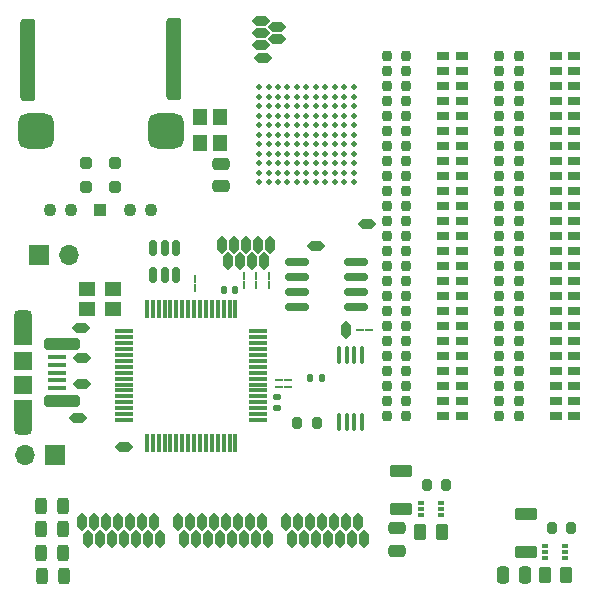
<source format=gts>
%TF.GenerationSoftware,KiCad,Pcbnew,7.0.10*%
%TF.CreationDate,2024-04-14T10:11:17-07:00*%
%TF.ProjectId,ez_usb_dev_board,657a5f75-7362-45f6-9465-765f626f6172,rev?*%
%TF.SameCoordinates,Original*%
%TF.FileFunction,Soldermask,Top*%
%TF.FilePolarity,Negative*%
%FSLAX46Y46*%
G04 Gerber Fmt 4.6, Leading zero omitted, Abs format (unit mm)*
G04 Created by KiCad (PCBNEW 7.0.10) date 2024-04-14 10:11:17*
%MOMM*%
%LPD*%
G01*
G04 APERTURE LIST*
G04 Aperture macros list*
%AMRoundRect*
0 Rectangle with rounded corners*
0 $1 Rounding radius*
0 $2 $3 $4 $5 $6 $7 $8 $9 X,Y pos of 4 corners*
0 Add a 4 corners polygon primitive as box body*
4,1,4,$2,$3,$4,$5,$6,$7,$8,$9,$2,$3,0*
0 Add four circle primitives for the rounded corners*
1,1,$1+$1,$2,$3*
1,1,$1+$1,$4,$5*
1,1,$1+$1,$6,$7*
1,1,$1+$1,$8,$9*
0 Add four rect primitives between the rounded corners*
20,1,$1+$1,$2,$3,$4,$5,0*
20,1,$1+$1,$4,$5,$6,$7,0*
20,1,$1+$1,$6,$7,$8,$9,0*
20,1,$1+$1,$8,$9,$2,$3,0*%
%AMFreePoly0*
4,1,15,-0.584200,0.000000,0.000000,0.584200,0.350520,0.584200,0.439945,0.566412,0.515757,0.515757,0.566412,0.439945,0.584200,0.350520,0.584200,0.000000,0.000000,-0.584200,-0.350520,-0.584200,-0.439945,-0.566412,-0.515757,-0.515757,-0.566412,-0.439945,-0.584200,-0.350520,-0.584200,0.000000,-0.584200,0.000000,$1*%
%AMFreePoly1*
4,1,15,-0.584200,0.350520,-0.566412,0.439945,-0.515757,0.515757,-0.439945,0.566412,-0.350520,0.584200,0.000000,0.584200,0.584200,0.000000,0.584200,-0.350520,0.566412,-0.439945,0.515757,-0.515757,0.439945,-0.566412,0.350520,-0.584200,0.000000,-0.584200,-0.584200,0.000000,-0.584200,0.350520,-0.584200,0.350520,$1*%
G04 Aperture macros list end*
%ADD10C,0.460000*%
%ADD11FreePoly0,135.000000*%
%ADD12R,1.100000X0.750000*%
%ADD13RoundRect,0.187500X-0.362500X-0.187500X0.362500X-0.187500X0.362500X0.187500X-0.362500X0.187500X0*%
%ADD14RoundRect,0.187500X0.362500X0.187500X-0.362500X0.187500X-0.362500X-0.187500X0.362500X-0.187500X0*%
%ADD15RoundRect,0.250000X-0.250000X0.250000X-0.250000X-0.250000X0.250000X-0.250000X0.250000X0.250000X0*%
%ADD16RoundRect,0.250000X0.250000X-0.250000X0.250000X0.250000X-0.250000X0.250000X-0.250000X-0.250000X0*%
%ADD17C,1.100000*%
%ADD18RoundRect,0.275000X-0.275000X-0.275000X0.275000X-0.275000X0.275000X0.275000X-0.275000X0.275000X0*%
%ADD19RoundRect,0.317500X-0.317500X-3.182500X0.317500X-3.182500X0.317500X3.182500X-0.317500X3.182500X0*%
%ADD20RoundRect,0.750000X0.750000X-0.750000X0.750000X0.750000X-0.750000X0.750000X-0.750000X-0.750000X0*%
%ADD21RoundRect,0.750000X-0.750000X0.750000X-0.750000X-0.750000X0.750000X-0.750000X0.750000X0.750000X0*%
%ADD22RoundRect,0.200000X-0.200000X-0.219100X0.200000X-0.219100X0.200000X0.219100X-0.200000X0.219100X0*%
%ADD23RoundRect,0.250000X-0.250000X-0.475000X0.250000X-0.475000X0.250000X0.475000X-0.250000X0.475000X0*%
%ADD24RoundRect,0.200000X-0.200000X-0.275000X0.200000X-0.275000X0.200000X0.275000X-0.200000X0.275000X0*%
%ADD25FreePoly0,45.000000*%
%ADD26R,0.203200X0.762000*%
%ADD27R,1.700000X1.700000*%
%ADD28O,1.700000X1.700000*%
%ADD29FreePoly0,225.000000*%
%ADD30RoundRect,0.250000X0.475000X-0.250000X0.475000X0.250000X-0.475000X0.250000X-0.475000X-0.250000X0*%
%ADD31RoundRect,0.243750X-0.243750X-0.456250X0.243750X-0.456250X0.243750X0.456250X-0.243750X0.456250X0*%
%ADD32R,0.762000X0.203200*%
%ADD33RoundRect,0.075000X-0.700000X-0.075000X0.700000X-0.075000X0.700000X0.075000X-0.700000X0.075000X0*%
%ADD34RoundRect,0.075000X-0.075000X-0.700000X0.075000X-0.700000X0.075000X0.700000X-0.075000X0.700000X0*%
%ADD35RoundRect,0.140000X-0.140000X-0.170000X0.140000X-0.170000X0.140000X0.170000X-0.140000X0.170000X0*%
%ADD36R,1.400000X1.200000*%
%ADD37RoundRect,0.250000X0.262500X0.450000X-0.262500X0.450000X-0.262500X-0.450000X0.262500X-0.450000X0*%
%ADD38FreePoly0,315.000000*%
%ADD39RoundRect,0.250000X-0.475000X0.250000X-0.475000X-0.250000X0.475000X-0.250000X0.475000X0.250000X0*%
%ADD40RoundRect,0.250000X0.700000X-0.275000X0.700000X0.275000X-0.700000X0.275000X-0.700000X-0.275000X0*%
%ADD41RoundRect,0.100000X0.100000X-0.637500X0.100000X0.637500X-0.100000X0.637500X-0.100000X-0.637500X0*%
%ADD42R,1.200000X1.400000*%
%ADD43RoundRect,0.150000X-0.825000X-0.150000X0.825000X-0.150000X0.825000X0.150000X-0.825000X0.150000X0*%
%ADD44R,0.475000X0.300000*%
%ADD45FreePoly1,135.000000*%
%ADD46RoundRect,0.140000X0.170000X-0.140000X0.170000X0.140000X-0.170000X0.140000X-0.170000X-0.140000X0*%
%ADD47R,1.525000X0.400000*%
%ADD48R,1.525000X0.425000*%
%ADD49RoundRect,0.375000X0.375000X-0.875000X0.375000X0.875000X-0.375000X0.875000X-0.375000X-0.875000X0*%
%ADD50R,1.550000X1.200000*%
%ADD51RoundRect,0.200000X-1.300000X0.300000X-1.300000X-0.300000X1.300000X-0.300000X1.300000X0.300000X0*%
%ADD52R,1.550000X1.500000*%
%ADD53RoundRect,0.375000X-0.375000X0.875000X-0.375000X-0.875000X0.375000X-0.875000X0.375000X0.875000X0*%
%ADD54RoundRect,0.150000X0.150000X-0.512500X0.150000X0.512500X-0.150000X0.512500X-0.150000X-0.512500X0*%
%ADD55FreePoly1,315.000000*%
%ADD56FreePoly1,225.000000*%
%ADD57FreePoly1,45.000000*%
G04 APERTURE END LIST*
D10*
%TO.C,IC1*%
X206500000Y-59600000D03*
X206500000Y-58800000D03*
X206500000Y-58000000D03*
X206500000Y-57200000D03*
X206500000Y-56400000D03*
X206500000Y-55600000D03*
X206500000Y-54800000D03*
X206500000Y-54000000D03*
X206500000Y-53200000D03*
X206500000Y-52400000D03*
X206500000Y-51600000D03*
X207300000Y-59600000D03*
X207300000Y-58800000D03*
X207300000Y-58000000D03*
X207300000Y-57200000D03*
X207300000Y-56400000D03*
X207300000Y-55600000D03*
X207300000Y-54800000D03*
X207300000Y-54000000D03*
X207300000Y-53200000D03*
X207300000Y-52400000D03*
X207300000Y-51600000D03*
X208100000Y-59600000D03*
X208100000Y-58800000D03*
X208100000Y-58000000D03*
X208100000Y-57200000D03*
X208100000Y-56400000D03*
X208100000Y-55600000D03*
X208100000Y-54800000D03*
X208100000Y-54000000D03*
X208100000Y-53200000D03*
X208100000Y-52400000D03*
X208100000Y-51600000D03*
X208900000Y-59600000D03*
X208900000Y-58800000D03*
X208900000Y-58000000D03*
X208900000Y-57200000D03*
X208900000Y-56400000D03*
X208900000Y-55600000D03*
X208900000Y-54800000D03*
X208900000Y-54000000D03*
X208900000Y-53200000D03*
X208900000Y-52400000D03*
X208900000Y-51600000D03*
X209700000Y-59600000D03*
X209700000Y-58800000D03*
X209700000Y-58000000D03*
X209700000Y-57200000D03*
X209700000Y-56400000D03*
X209700000Y-55600000D03*
X209700000Y-54800000D03*
X209700000Y-54000000D03*
X209700000Y-53200000D03*
X209700000Y-52400000D03*
X209700000Y-51600000D03*
X210500000Y-59600000D03*
X210500000Y-58800000D03*
X210500000Y-58000000D03*
X210500000Y-57200000D03*
X210500000Y-56400000D03*
X210500000Y-55600000D03*
X210500000Y-54800000D03*
X210500000Y-54000000D03*
X210500000Y-53200000D03*
X210500000Y-52400000D03*
X210500000Y-51600000D03*
X211300000Y-59600000D03*
X211300000Y-58800000D03*
X211300000Y-58000000D03*
X211300000Y-57200000D03*
X211300000Y-56400000D03*
X211300000Y-55600000D03*
X211300000Y-54800000D03*
X211300000Y-54000000D03*
X211300000Y-53200000D03*
X211300000Y-52400000D03*
X211300000Y-51600000D03*
X212100000Y-59600000D03*
X212100000Y-58800000D03*
X212100000Y-58000000D03*
X212100000Y-57200000D03*
X212100000Y-56400000D03*
X212100000Y-55600000D03*
X212100000Y-54800000D03*
X212100000Y-54000000D03*
X212100000Y-53200000D03*
X212100000Y-52400000D03*
X212100000Y-51600000D03*
X212900000Y-59600000D03*
X212900000Y-58800000D03*
X212900000Y-58000000D03*
X212900000Y-57200000D03*
X212900000Y-56400000D03*
X212900000Y-55600000D03*
X212900000Y-54800000D03*
X212900000Y-54000000D03*
X212900000Y-53200000D03*
X212900000Y-52400000D03*
X212900000Y-51600000D03*
X213700000Y-59600000D03*
X213700000Y-58800000D03*
X213700000Y-58000000D03*
X213700000Y-57200000D03*
X213700000Y-56400000D03*
X213700000Y-55600000D03*
X213700000Y-54800000D03*
X213700000Y-54000000D03*
X213700000Y-53200000D03*
X213700000Y-52400000D03*
X213700000Y-51600000D03*
X214500000Y-59600000D03*
X214500000Y-58800000D03*
X214500000Y-58000000D03*
X214500000Y-57200000D03*
X214500000Y-56400000D03*
X214500000Y-55600000D03*
X214500000Y-54800000D03*
X214500000Y-54000000D03*
X214500000Y-53200000D03*
X214500000Y-52400000D03*
X214500000Y-51600000D03*
%TD*%
D11*
%TO.C,CTL8*%
X215623153Y-63169800D03*
%TD*%
D12*
%TO.C,J2*%
X231615000Y-48895000D03*
D13*
X233205000Y-48895000D03*
D14*
X231615000Y-50165000D03*
D13*
X233205000Y-50165000D03*
D14*
X231615000Y-51435000D03*
D13*
X233205000Y-51435000D03*
D14*
X231615000Y-52705000D03*
D13*
X233205000Y-52705000D03*
D14*
X231615000Y-53975000D03*
D13*
X233205000Y-53975000D03*
D14*
X231615000Y-55245000D03*
D13*
X233205000Y-55245000D03*
D14*
X231615000Y-56515000D03*
D13*
X233205000Y-56515000D03*
D14*
X231615000Y-57785000D03*
D13*
X233205000Y-57785000D03*
D14*
X231615000Y-59055000D03*
D13*
X233205000Y-59055000D03*
D14*
X231615000Y-60325000D03*
D13*
X233205000Y-60325000D03*
D14*
X231615000Y-61595000D03*
D13*
X233205000Y-61595000D03*
D14*
X231615000Y-62865000D03*
D13*
X233205000Y-62865000D03*
D14*
X231615000Y-64135000D03*
D13*
X233205000Y-64135000D03*
D14*
X231615000Y-65405000D03*
D13*
X233205000Y-65405000D03*
D14*
X231615000Y-66675000D03*
D13*
X233205000Y-66675000D03*
D14*
X231615000Y-67945000D03*
D13*
X233205000Y-67945000D03*
D14*
X231615000Y-69215000D03*
D13*
X233205000Y-69215000D03*
D14*
X231615000Y-70485000D03*
D13*
X233205000Y-70485000D03*
D14*
X231615000Y-71755000D03*
D13*
X233205000Y-71755000D03*
D14*
X231615000Y-73025000D03*
D13*
X233205000Y-73025000D03*
D14*
X231615000Y-74295000D03*
D13*
X233205000Y-74295000D03*
D14*
X231615000Y-75565000D03*
D13*
X233205000Y-75565000D03*
D14*
X231615000Y-76835000D03*
D13*
X233205000Y-76835000D03*
D14*
X231615000Y-78105000D03*
D13*
X233205000Y-78105000D03*
D14*
X231615000Y-79375000D03*
D13*
X233205000Y-79375000D03*
%TD*%
D12*
%TO.C,J1*%
X222090000Y-48895000D03*
D13*
X223680000Y-48895000D03*
D14*
X222090000Y-50165000D03*
D13*
X223680000Y-50165000D03*
D14*
X222090000Y-51435000D03*
D13*
X223680000Y-51435000D03*
D14*
X222090000Y-52705000D03*
D13*
X223680000Y-52705000D03*
D14*
X222090000Y-53975000D03*
D13*
X223680000Y-53975000D03*
D14*
X222090000Y-55245000D03*
D13*
X223680000Y-55245000D03*
D14*
X222090000Y-56515000D03*
D13*
X223680000Y-56515000D03*
D14*
X222090000Y-57785000D03*
D13*
X223680000Y-57785000D03*
D14*
X222090000Y-59055000D03*
D13*
X223680000Y-59055000D03*
D14*
X222090000Y-60325000D03*
D13*
X223680000Y-60325000D03*
D14*
X222090000Y-61595000D03*
D13*
X223680000Y-61595000D03*
D14*
X222090000Y-62865000D03*
D13*
X223680000Y-62865000D03*
D14*
X222090000Y-64135000D03*
D13*
X223680000Y-64135000D03*
D14*
X222090000Y-65405000D03*
D13*
X223680000Y-65405000D03*
D14*
X222090000Y-66675000D03*
D13*
X223680000Y-66675000D03*
D14*
X222090000Y-67945000D03*
D13*
X223680000Y-67945000D03*
D14*
X222090000Y-69215000D03*
D13*
X223680000Y-69215000D03*
D14*
X222090000Y-70485000D03*
D13*
X223680000Y-70485000D03*
D14*
X222090000Y-71755000D03*
D13*
X223680000Y-71755000D03*
D14*
X222090000Y-73025000D03*
D13*
X223680000Y-73025000D03*
D14*
X222090000Y-74295000D03*
D13*
X223680000Y-74295000D03*
D14*
X222090000Y-75565000D03*
D13*
X223680000Y-75565000D03*
D14*
X222090000Y-76835000D03*
D13*
X223680000Y-76835000D03*
D14*
X222090000Y-78105000D03*
D13*
X223680000Y-78105000D03*
D14*
X222090000Y-79375000D03*
D13*
X223680000Y-79375000D03*
%TD*%
D15*
%TO.C,USB3_B1*%
X191830000Y-60010000D03*
D16*
X194320000Y-60010000D03*
X194320000Y-58010000D03*
D15*
X191830000Y-58020000D03*
D17*
X197320000Y-62010000D03*
X195570000Y-62010000D03*
D18*
X193070000Y-62010000D03*
D17*
X190570000Y-62010000D03*
X188820000Y-62010000D03*
D19*
X199300000Y-49200000D03*
D20*
X198600000Y-55300000D03*
D21*
X187600000Y-55300000D03*
D19*
X186900000Y-49300000D03*
%TD*%
D22*
%TO.C,R46*%
X226822500Y-59055000D03*
X228472500Y-59055000D03*
%TD*%
%TO.C,R32*%
X217297500Y-73025000D03*
X218947500Y-73025000D03*
%TD*%
D23*
%TO.C,IC2_C1_0*%
X227137500Y-92900000D03*
X229037500Y-92900000D03*
%TD*%
D22*
%TO.C,R17*%
X217297500Y-53975000D03*
X218947500Y-53975000D03*
%TD*%
%TO.C,R60*%
X226822500Y-76835000D03*
X228472500Y-76835000D03*
%TD*%
%TO.C,R33*%
X217297500Y-74295000D03*
X218947500Y-74295000D03*
%TD*%
D24*
%TO.C,R3*%
X231262500Y-88900000D03*
X232912500Y-88900000D03*
%TD*%
D25*
%TO.C,BDBUS4*%
X206756000Y-88394553D03*
%TD*%
%TO.C,ACBUS6*%
X202692000Y-88392000D03*
%TD*%
%TO.C,BCBUS2*%
X211836000Y-88394553D03*
%TD*%
D11*
%TO.C,TPD-1*%
X191548553Y-74500000D03*
%TD*%
D25*
%TO.C,BCBUS6*%
X214884000Y-88421553D03*
%TD*%
%TO.C,ACBUS4*%
X200660000Y-88394553D03*
%TD*%
D22*
%TO.C,R16*%
X217297500Y-52705000D03*
X218947500Y-52705000D03*
%TD*%
D26*
%TO.C,NT4*%
X207300000Y-68281000D03*
X207300000Y-67519000D03*
%TD*%
D22*
%TO.C,R58*%
X226822500Y-74295000D03*
X228472500Y-74295000D03*
%TD*%
D27*
%TO.C,V5_SEL_MICRO1*%
X189235000Y-82726000D03*
D28*
X186695000Y-82726000D03*
%TD*%
D29*
%TO.C,ACBUS3*%
X200152000Y-89789000D03*
%TD*%
D22*
%TO.C,R44*%
X226822500Y-56515000D03*
X228472500Y-56515000D03*
%TD*%
D30*
%TO.C,IC3_C1_2*%
X218186000Y-90805000D03*
X218186000Y-88905000D03*
%TD*%
D22*
%TO.C,R49*%
X226822500Y-62865000D03*
X228472500Y-62865000D03*
%TD*%
%TO.C,R52*%
X226822500Y-66675000D03*
X228472500Y-66675000D03*
%TD*%
D31*
%TO.C,D3*%
X188062500Y-91000000D03*
X189937500Y-91000000D03*
%TD*%
D29*
%TO.C,BDBUS5*%
X207264000Y-89786447D03*
%TD*%
D32*
%TO.C,NT6*%
X208153000Y-76362000D03*
X208915000Y-76362000D03*
%TD*%
D22*
%TO.C,R41*%
X226822500Y-52705000D03*
X228472500Y-52705000D03*
%TD*%
%TO.C,R20*%
X217297500Y-57785000D03*
X218947500Y-57785000D03*
%TD*%
D29*
%TO.C,3V3_9*%
X214376000Y-89813447D03*
%TD*%
D26*
%TO.C,NT2*%
X205200000Y-68281000D03*
X205200000Y-67519000D03*
%TD*%
D29*
%TO.C,BCBUS7*%
X215392000Y-89813447D03*
%TD*%
D22*
%TO.C,R39*%
X226822500Y-50165000D03*
X228472500Y-50165000D03*
%TD*%
D29*
%TO.C,GND10*%
X210312000Y-89786447D03*
%TD*%
D22*
%TO.C,R59*%
X226822500Y-75565000D03*
X228472500Y-75565000D03*
%TD*%
%TO.C,R51*%
X226822500Y-65405000D03*
X228472500Y-65405000D03*
%TD*%
D29*
%TO.C,GND5*%
X195072000Y-89786447D03*
%TD*%
D22*
%TO.C,R62*%
X226822500Y-79375000D03*
X228472500Y-79375000D03*
%TD*%
D25*
%TO.C,WC1*%
X213868000Y-72138553D03*
%TD*%
%TO.C,ADBUS5*%
X195580000Y-88394553D03*
%TD*%
D33*
%TO.C,U1*%
X195075000Y-72250000D03*
X195075000Y-72750000D03*
X195075000Y-73250000D03*
X195075000Y-73750000D03*
X195075000Y-74250000D03*
X195075000Y-74750000D03*
X195075000Y-75250000D03*
X195075000Y-75750000D03*
X195075000Y-76250000D03*
X195075000Y-76750000D03*
X195075000Y-77250000D03*
X195075000Y-77750000D03*
X195075000Y-78250000D03*
X195075000Y-78750000D03*
X195075000Y-79250000D03*
X195075000Y-79750000D03*
D34*
X197000000Y-81675000D03*
X197500000Y-81675000D03*
X198000000Y-81675000D03*
X198500000Y-81675000D03*
X199000000Y-81675000D03*
X199500000Y-81675000D03*
X200000000Y-81675000D03*
X200500000Y-81675000D03*
X201000000Y-81675000D03*
X201500000Y-81675000D03*
X202000000Y-81675000D03*
X202500000Y-81675000D03*
X203000000Y-81675000D03*
X203500000Y-81675000D03*
X204000000Y-81675000D03*
X204500000Y-81675000D03*
D33*
X206425000Y-79750000D03*
X206425000Y-79250000D03*
X206425000Y-78750000D03*
X206425000Y-78250000D03*
X206425000Y-77750000D03*
X206425000Y-77250000D03*
X206425000Y-76750000D03*
X206425000Y-76250000D03*
X206425000Y-75750000D03*
X206425000Y-75250000D03*
X206425000Y-74750000D03*
X206425000Y-74250000D03*
X206425000Y-73750000D03*
X206425000Y-73250000D03*
X206425000Y-72750000D03*
X206425000Y-72250000D03*
D34*
X204500000Y-70325000D03*
X204000000Y-70325000D03*
X203500000Y-70325000D03*
X203000000Y-70325000D03*
X202500000Y-70325000D03*
X202000000Y-70325000D03*
X201500000Y-70325000D03*
X201000000Y-70325000D03*
X200500000Y-70325000D03*
X200000000Y-70325000D03*
X199500000Y-70325000D03*
X199000000Y-70325000D03*
X198500000Y-70325000D03*
X198000000Y-70325000D03*
X197500000Y-70325000D03*
X197000000Y-70325000D03*
%TD*%
D25*
%TO.C,ACBUS2*%
X199644000Y-88394553D03*
%TD*%
D35*
%TO.C,U4C0_2*%
X210848000Y-76200000D03*
X211808000Y-76200000D03*
%TD*%
D29*
%TO.C,BDBUS7*%
X209296000Y-89786447D03*
%TD*%
D25*
%TO.C,ADBUS0*%
X191516000Y-88392000D03*
%TD*%
D29*
%TO.C,3V3_3*%
X202184000Y-89786447D03*
%TD*%
D36*
%TO.C,Y2*%
X191900000Y-70350000D03*
X194100000Y-70350000D03*
X194100000Y-68650000D03*
X191900000Y-68650000D03*
%TD*%
D22*
%TO.C,R26*%
X217297500Y-65405000D03*
X218947500Y-65405000D03*
%TD*%
%TO.C,R24*%
X217297500Y-62865000D03*
X218947500Y-62865000D03*
%TD*%
%TO.C,R57*%
X226822500Y-73025000D03*
X228472500Y-73025000D03*
%TD*%
%TO.C,R30*%
X217297500Y-70485000D03*
X218947500Y-70485000D03*
%TD*%
%TO.C,R27*%
X217297500Y-66675000D03*
X218947500Y-66675000D03*
%TD*%
%TO.C,R40*%
X226822500Y-51435000D03*
X228472500Y-51435000D03*
%TD*%
%TO.C,R14*%
X217297500Y-50165000D03*
X218947500Y-50165000D03*
%TD*%
%TO.C,R43*%
X226822500Y-55245000D03*
X228472500Y-55245000D03*
%TD*%
%TO.C,R50*%
X226822500Y-64135000D03*
X228472500Y-64135000D03*
%TD*%
%TO.C,R15*%
X217297500Y-51435000D03*
X218947500Y-51435000D03*
%TD*%
D29*
%TO.C,GND3*%
X192024000Y-89786447D03*
%TD*%
D31*
%TO.C,D4*%
X188125000Y-93000000D03*
X190000000Y-93000000D03*
%TD*%
D25*
%TO.C,ACBUS0*%
X197612000Y-88394553D03*
%TD*%
D29*
%TO.C,GND11*%
X213360000Y-89813447D03*
%TD*%
D27*
%TO.C,V5_SEL_3.0B1*%
X187825000Y-65800000D03*
D28*
X190365000Y-65800000D03*
%TD*%
D37*
%TO.C,CBOOT1*%
X221948500Y-89255000D03*
X220123500Y-89255000D03*
%TD*%
D22*
%TO.C,R23*%
X217297500Y-61595000D03*
X218947500Y-61595000D03*
%TD*%
D29*
%TO.C,GND7*%
X201168000Y-89786447D03*
%TD*%
D25*
%TO.C,BDBUS0*%
X203708000Y-88394553D03*
%TD*%
D22*
%TO.C,R34*%
X217297500Y-75565000D03*
X218947500Y-75565000D03*
%TD*%
D29*
%TO.C,3V3_6*%
X193040000Y-89786447D03*
%TD*%
D38*
%TO.C,CIN1*%
X206800000Y-49100000D03*
%TD*%
D29*
%TO.C,ACBUS1*%
X198120000Y-89786447D03*
%TD*%
D25*
%TO.C,ACBUS5*%
X201676000Y-88394553D03*
%TD*%
D29*
%TO.C,3V3_8*%
X211328000Y-89786447D03*
%TD*%
D11*
%TO.C,OTG_ID1*%
X206654106Y-45976000D03*
%TD*%
D25*
%TO.C,ADBUS2*%
X193548000Y-88394553D03*
%TD*%
D24*
%TO.C,R5*%
X220711000Y-85255000D03*
X222361000Y-85255000D03*
%TD*%
D25*
%TO.C,BCBUS5*%
X213868000Y-88421553D03*
%TD*%
%TO.C,BCBUS0*%
X209804000Y-88394553D03*
%TD*%
D22*
%TO.C,R47*%
X226822500Y-60325000D03*
X228472500Y-60325000D03*
%TD*%
D29*
%TO.C,3V3_1*%
X196088000Y-89786447D03*
%TD*%
D22*
%TO.C,R13*%
X217297500Y-48895000D03*
X218947500Y-48895000D03*
%TD*%
%TO.C,R37*%
X217297500Y-79375000D03*
X218947500Y-79375000D03*
%TD*%
D29*
%TO.C,3V3_4*%
X206248000Y-89786447D03*
%TD*%
D22*
%TO.C,R55*%
X226822500Y-70485000D03*
X228472500Y-70485000D03*
%TD*%
%TO.C,R61*%
X226822500Y-78105000D03*
X228472500Y-78105000D03*
%TD*%
D39*
%TO.C,C19*%
X203300000Y-58050000D03*
X203300000Y-59950000D03*
%TD*%
D22*
%TO.C,R28*%
X217297500Y-67945000D03*
X218947500Y-67945000D03*
%TD*%
D40*
%TO.C,L4*%
X218536000Y-87255000D03*
X218536000Y-84105000D03*
%TD*%
D22*
%TO.C,R53*%
X226822500Y-67945000D03*
X228472500Y-67945000D03*
%TD*%
D29*
%TO.C,ADBUS7*%
X197104000Y-89786447D03*
%TD*%
D11*
%TO.C,3V3_10*%
X208048553Y-47500000D03*
%TD*%
D25*
%TO.C,BCBUS1*%
X210820000Y-88394553D03*
%TD*%
%TO.C,ADBUS4*%
X194564000Y-88394553D03*
%TD*%
%TO.C,ADBUS6*%
X196596000Y-88394553D03*
%TD*%
D22*
%TO.C,R36*%
X217297500Y-78105000D03*
X218947500Y-78105000D03*
%TD*%
D11*
%TO.C,TPD+1*%
X191548553Y-76700000D03*
%TD*%
D31*
%TO.C,D1*%
X188062500Y-87000000D03*
X189937500Y-87000000D03*
%TD*%
D22*
%TO.C,R31*%
X217297500Y-71755000D03*
X218947500Y-71755000D03*
%TD*%
D41*
%TO.C,U4*%
X213274000Y-79951500D03*
X213924000Y-79951500D03*
X214574000Y-79951500D03*
X215224000Y-79951500D03*
X215224000Y-74226500D03*
X214574000Y-74226500D03*
X213924000Y-74226500D03*
X213274000Y-74226500D03*
%TD*%
D35*
%TO.C,U1C0_6*%
X203520000Y-68750000D03*
X204480000Y-68750000D03*
%TD*%
D42*
%TO.C,Y1*%
X203200000Y-54100000D03*
X203200000Y-56300000D03*
X201500000Y-56300000D03*
X201500000Y-54100000D03*
%TD*%
D22*
%TO.C,R54*%
X226822500Y-69215000D03*
X228472500Y-69215000D03*
%TD*%
D25*
%TO.C,BDBUS3*%
X205740000Y-88394553D03*
%TD*%
D22*
%TO.C,R38*%
X226822500Y-48895000D03*
X228472500Y-48895000D03*
%TD*%
D25*
%TO.C,BCBUS4*%
X212852000Y-88421553D03*
%TD*%
D43*
%TO.C,U3*%
X209725000Y-66395000D03*
X209725000Y-67665000D03*
X209725000Y-68935000D03*
X209725000Y-70205000D03*
X214675000Y-70205000D03*
X214675000Y-68935000D03*
X214675000Y-67665000D03*
X214675000Y-66395000D03*
%TD*%
D29*
%TO.C,BDBUS1*%
X204216000Y-89786447D03*
%TD*%
D25*
%TO.C,ADBUS1*%
X192532000Y-88394553D03*
%TD*%
D29*
%TO.C,BCBUS3*%
X212344000Y-89786447D03*
%TD*%
D32*
%TO.C,NT5*%
X208153000Y-76962000D03*
X208915000Y-76962000D03*
%TD*%
D44*
%TO.C,IC2*%
X230749500Y-90400000D03*
X230749500Y-90900000D03*
X230749500Y-91400000D03*
X232425500Y-91400000D03*
X232425500Y-90900000D03*
X232425500Y-90400000D03*
%TD*%
D38*
%TO.C,CS1*%
X211325447Y-65024000D03*
%TD*%
D22*
%TO.C,R22*%
X217297500Y-60325000D03*
X218947500Y-60325000D03*
%TD*%
D11*
%TO.C,O60*%
X208051106Y-46484000D03*
%TD*%
D29*
%TO.C,ADBUS3*%
X194056000Y-89786447D03*
%TD*%
D37*
%TO.C,CBOOT0*%
X232500000Y-92900000D03*
X230675000Y-92900000D03*
%TD*%
D29*
%TO.C,ACBUS7*%
X203200000Y-89786447D03*
%TD*%
D11*
%TO.C,CK32*%
X206654106Y-46992000D03*
%TD*%
D45*
%TO.C,INT1*%
X203327000Y-64899553D03*
%TD*%
D25*
%TO.C,BDBUS2*%
X204724000Y-88394553D03*
%TD*%
D24*
%TO.C,R121*%
X209741000Y-80010000D03*
X211391000Y-80010000D03*
%TD*%
D46*
%TO.C,U1C0_5*%
X208000000Y-78730000D03*
X208000000Y-77770000D03*
%TD*%
D22*
%TO.C,R29*%
X217297500Y-69215000D03*
X218947500Y-69215000D03*
%TD*%
D29*
%TO.C,GND8*%
X205232000Y-89786447D03*
%TD*%
D31*
%TO.C,D2*%
X188062500Y-89000000D03*
X189937500Y-89000000D03*
%TD*%
D22*
%TO.C,R45*%
X226822500Y-57785000D03*
X228472500Y-57785000D03*
%TD*%
%TO.C,R25*%
X217297500Y-64135000D03*
X218947500Y-64135000D03*
%TD*%
%TO.C,R42*%
X226822500Y-53975000D03*
X228472500Y-53975000D03*
%TD*%
%TO.C,R35*%
X217297500Y-76835000D03*
X218947500Y-76835000D03*
%TD*%
D47*
%TO.C,MICRO_USB1*%
X189427500Y-74450000D03*
D48*
X189427500Y-75087500D03*
D47*
X189427500Y-75750000D03*
X189427500Y-76400000D03*
D48*
X189427500Y-77037500D03*
D49*
X186540000Y-71750000D03*
D50*
X186540000Y-72850000D03*
D51*
X189840000Y-73350000D03*
D52*
X186540000Y-74750000D03*
X186540000Y-76750000D03*
D51*
X189840000Y-78150000D03*
D50*
X186540000Y-78650000D03*
D53*
X186540000Y-79750000D03*
%TD*%
D22*
%TO.C,R48*%
X226822500Y-61595000D03*
X228472500Y-61595000D03*
%TD*%
D26*
%TO.C,NT3*%
X206200000Y-68281000D03*
X206200000Y-67519000D03*
%TD*%
D11*
%TO.C,GND2*%
X206654106Y-48008000D03*
%TD*%
D32*
%TO.C,NT8*%
X215773000Y-72136000D03*
X215011000Y-72136000D03*
%TD*%
D26*
%TO.C,NT1*%
X201041000Y-68580000D03*
X201041000Y-67818000D03*
%TD*%
D22*
%TO.C,R18*%
X217297500Y-55245000D03*
X218947500Y-55245000D03*
%TD*%
%TO.C,R21*%
X217297500Y-59055000D03*
X218947500Y-59055000D03*
%TD*%
%TO.C,R56*%
X226822500Y-71755000D03*
X228472500Y-71755000D03*
%TD*%
%TO.C,R19*%
X217297500Y-56515000D03*
X218947500Y-56515000D03*
%TD*%
D54*
%TO.C,U2*%
X197550000Y-67487500D03*
X198500000Y-67487500D03*
X199450000Y-67487500D03*
X199450000Y-65212500D03*
X198500000Y-65212500D03*
X197550000Y-65212500D03*
%TD*%
D40*
%TO.C,L3*%
X229087500Y-90900000D03*
X229087500Y-87750000D03*
%TD*%
D25*
%TO.C,BDBUS6*%
X208788000Y-88394553D03*
%TD*%
D44*
%TO.C,IC3*%
X220198000Y-86755000D03*
X220198000Y-87255000D03*
X220198000Y-87755000D03*
X221874000Y-87755000D03*
X221874000Y-87255000D03*
X221874000Y-86755000D03*
%TD*%
D55*
%TO.C,TDO1*%
X205867000Y-66294000D03*
%TD*%
%TO.C,IO45*%
X203835000Y-66294000D03*
%TD*%
D45*
%TO.C,3V3_7*%
X205359000Y-64902106D03*
%TD*%
D56*
%TO.C,GND1*%
X191200000Y-79600000D03*
%TD*%
D45*
%TO.C,TCK1*%
X204343000Y-64897000D03*
%TD*%
D55*
%TO.C,TDI1*%
X204851000Y-66294000D03*
%TD*%
%TO.C,TMS1*%
X206883000Y-66294000D03*
%TD*%
D56*
%TO.C,ID1*%
X191448553Y-72000000D03*
%TD*%
D57*
%TO.C,ft_nrst1*%
X195051447Y-82000000D03*
%TD*%
D45*
%TO.C,TRST1*%
X207391000Y-64902106D03*
%TD*%
%TO.C,GND4*%
X206375000Y-64902106D03*
%TD*%
M02*

</source>
